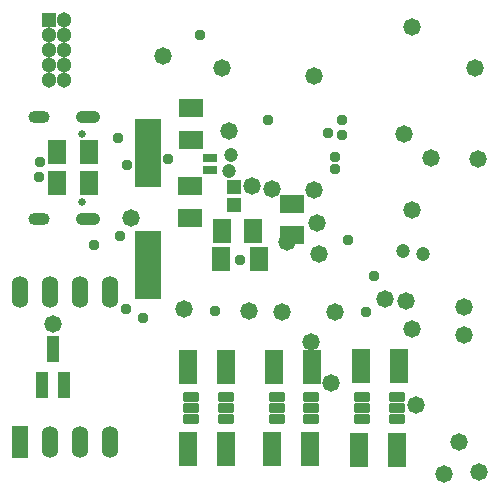
<source format=gbs>
G04*
G04 #@! TF.GenerationSoftware,Altium Limited,Altium Designer,22.5.1 (42)*
G04*
G04 Layer_Color=16711935*
%FSLAX44Y44*%
%MOMM*%
G71*
G04*
G04 #@! TF.SameCoordinates,B7139921-243E-46E6-831D-1EB255EF57CC*
G04*
G04*
G04 #@! TF.FilePolarity,Negative*
G04*
G01*
G75*
%ADD38R,2.0232X1.6432*%
%ADD45R,1.5532X2.1032*%
%ADD46R,1.6432X2.0232*%
%ADD48C,0.6500*%
G04:AMPARAMS|DCode=49|XSize=1mm|YSize=2.1mm|CornerRadius=0.5mm|HoleSize=0mm|Usage=FLASHONLY|Rotation=270.000|XOffset=0mm|YOffset=0mm|HoleType=Round|Shape=RoundedRectangle|*
%AMROUNDEDRECTD49*
21,1,1.0000,1.1000,0,0,270.0*
21,1,0.0000,2.1000,0,0,270.0*
1,1,1.0000,-0.5500,0.0000*
1,1,1.0000,-0.5500,0.0000*
1,1,1.0000,0.5500,0.0000*
1,1,1.0000,0.5500,0.0000*
%
%ADD49ROUNDEDRECTD49*%
G04:AMPARAMS|DCode=50|XSize=1mm|YSize=1.8mm|CornerRadius=0.5mm|HoleSize=0mm|Usage=FLASHONLY|Rotation=270.000|XOffset=0mm|YOffset=0mm|HoleType=Round|Shape=RoundedRectangle|*
%AMROUNDEDRECTD50*
21,1,1.0000,0.8000,0,0,270.0*
21,1,0.0000,1.8000,0,0,270.0*
1,1,1.0000,-0.4000,0.0000*
1,1,1.0000,-0.4000,0.0000*
1,1,1.0000,0.4000,0.0000*
1,1,1.0000,0.4000,0.0000*
%
%ADD50ROUNDEDRECTD50*%
%ADD51R,1.4032X2.7032*%
%ADD52O,1.4032X2.7032*%
%ADD53R,1.3032X1.3032*%
%ADD54C,1.3032*%
%ADD55C,1.4732*%
%ADD56C,1.2032*%
%ADD57C,0.9532*%
%ADD77R,1.2032X0.7532*%
%ADD78R,1.1732X1.2032*%
%ADD79R,2.3032X5.8032*%
%ADD80R,1.0032X2.2032*%
%ADD81R,1.5532X3.0032*%
G04:AMPARAMS|DCode=82|XSize=0.8532mm|YSize=1.4032mm|CornerRadius=0.1504mm|HoleSize=0mm|Usage=FLASHONLY|Rotation=270.000|XOffset=0mm|YOffset=0mm|HoleType=Round|Shape=RoundedRectangle|*
%AMROUNDEDRECTD82*
21,1,0.8532,1.1025,0,0,270.0*
21,1,0.5525,1.4032,0,0,270.0*
1,1,0.3007,-0.5513,-0.2763*
1,1,0.3007,-0.5513,0.2763*
1,1,0.3007,0.5513,0.2763*
1,1,0.3007,0.5513,-0.2763*
%
%ADD82ROUNDEDRECTD82*%
D38*
X158000Y320360D02*
D03*
Y293640D02*
D03*
X157000Y227640D02*
D03*
Y254360D02*
D03*
X243000Y212640D02*
D03*
Y239360D02*
D03*
D45*
X183000Y193000D02*
D03*
X215000D02*
D03*
D46*
X71360Y283000D02*
D03*
X44640D02*
D03*
Y257000D02*
D03*
X71360D02*
D03*
X183640Y216000D02*
D03*
X210360D02*
D03*
D48*
X65596Y240479D02*
D03*
Y298279D02*
D03*
D49*
X70596Y226179D02*
D03*
Y312579D02*
D03*
D50*
X28796Y226179D02*
D03*
Y312579D02*
D03*
D51*
X13200Y38000D02*
D03*
D52*
X38600D02*
D03*
X64000D02*
D03*
X89400D02*
D03*
X13200Y165000D02*
D03*
X38600D02*
D03*
X64000D02*
D03*
X89400D02*
D03*
D53*
X37500Y395400D02*
D03*
D54*
X50200D02*
D03*
X37500Y382700D02*
D03*
X50200D02*
D03*
X37500Y370000D02*
D03*
X50200D02*
D03*
X37500Y357300D02*
D03*
X50200D02*
D03*
X37500Y344600D02*
D03*
X50200D02*
D03*
D55*
X226000Y252322D02*
D03*
X209255Y254534D02*
D03*
X259000Y122110D02*
D03*
X235000Y148000D02*
D03*
X207000Y149000D02*
D03*
X340000Y157110D02*
D03*
X322000Y159000D02*
D03*
X345000Y234000D02*
D03*
X266000Y197000D02*
D03*
X264790Y222803D02*
D03*
X262000Y348000D02*
D03*
X389000Y152000D02*
D03*
X400890Y277000D02*
D03*
X262000Y251000D02*
D03*
X398000Y354000D02*
D03*
X345000Y389000D02*
D03*
X190000Y300804D02*
D03*
X338210Y298676D02*
D03*
X183640Y216000D02*
D03*
X210360D02*
D03*
X239000Y207000D02*
D03*
X334000Y104890D02*
D03*
X151640Y150000D02*
D03*
X107000Y227640D02*
D03*
X402000Y12000D02*
D03*
X384860Y37718D02*
D03*
X372000Y11000D02*
D03*
X345000Y133000D02*
D03*
X348000Y69000D02*
D03*
X276000Y88000D02*
D03*
X155461Y101531D02*
D03*
X361000Y278000D02*
D03*
X187441Y101390D02*
D03*
X184360Y354000D02*
D03*
X41000Y138000D02*
D03*
X134191Y364561D02*
D03*
X279651Y148011D02*
D03*
X389000Y128000D02*
D03*
D56*
X190000Y267000D02*
D03*
X192000Y281000D02*
D03*
X337000Y199000D02*
D03*
X354000Y196460D02*
D03*
D57*
X76000Y204290D02*
D03*
X178293Y148844D02*
D03*
X305956Y148066D02*
D03*
X117000Y142710D02*
D03*
X312776Y177915D02*
D03*
X199000Y192000D02*
D03*
X279674Y279326D02*
D03*
X280000Y268960D02*
D03*
X222761Y310694D02*
D03*
X29539Y261832D02*
D03*
X286000Y298000D02*
D03*
Y310000D02*
D03*
X291000Y209000D02*
D03*
X138000Y276999D02*
D03*
X96079Y294988D02*
D03*
X274000Y299000D02*
D03*
X30000Y275000D02*
D03*
X103000Y150000D02*
D03*
X165406Y382000D02*
D03*
X97290Y212000D02*
D03*
X103255Y271997D02*
D03*
D77*
X174000Y267666D02*
D03*
Y278334D02*
D03*
D78*
X194000Y238650D02*
D03*
Y253350D02*
D03*
D79*
X121000Y187500D02*
D03*
Y282500D02*
D03*
D80*
X41014Y116028D02*
D03*
X31500Y85972D02*
D03*
X50500D02*
D03*
D81*
X155500Y101500D02*
D03*
X187500D02*
D03*
X228000D02*
D03*
X260000D02*
D03*
X258500Y31500D02*
D03*
X226500D02*
D03*
X302000Y102000D02*
D03*
X334000D02*
D03*
X332000Y31000D02*
D03*
X300000D02*
D03*
X187500Y31500D02*
D03*
X155500D02*
D03*
D82*
X302750Y57000D02*
D03*
Y66500D02*
D03*
Y76000D02*
D03*
X332250D02*
D03*
Y66500D02*
D03*
Y57000D02*
D03*
X157750D02*
D03*
Y66500D02*
D03*
Y76000D02*
D03*
X187250D02*
D03*
Y66500D02*
D03*
Y57000D02*
D03*
X230250D02*
D03*
Y66500D02*
D03*
Y76000D02*
D03*
X259750D02*
D03*
Y66500D02*
D03*
Y57000D02*
D03*
M02*

</source>
